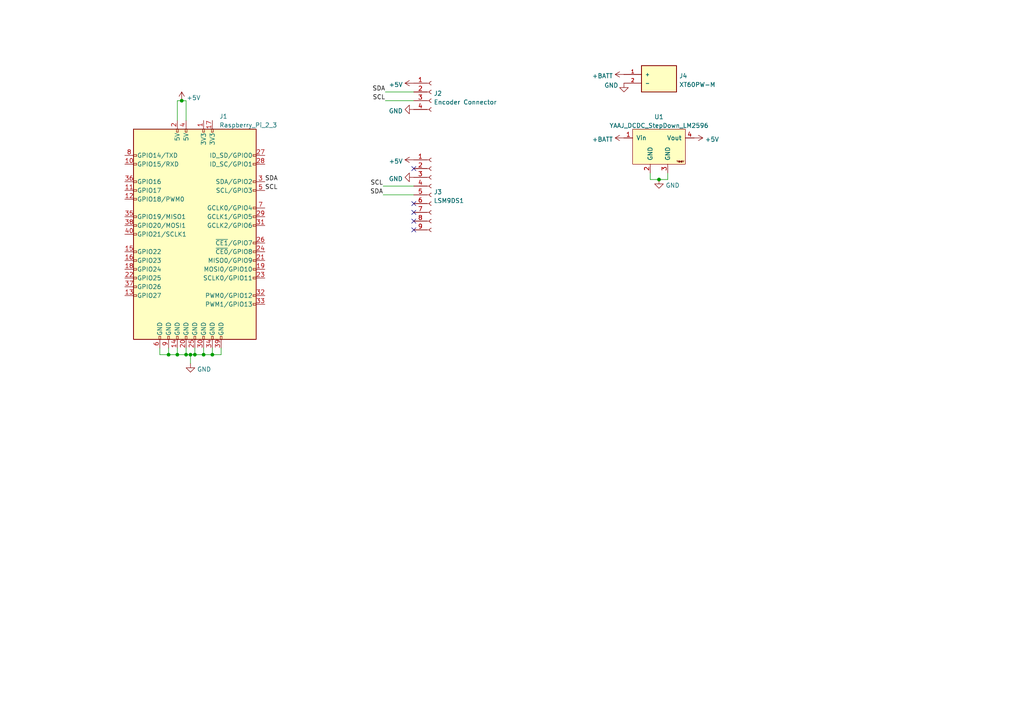
<source format=kicad_sch>
(kicad_sch (version 20211123) (generator eeschema)
  (paper "A4")
  (lib_symbols
    (symbol "Connector:Conn_01x04_Female" (pin_names (offset 1.016) hide)
      (property "Reference" "J" (at 0 5.08 0))
      (property "Value" "Conn_01x04_Female" (at 0 -7.62 0))
      (symbol "Conn_01x04_Female_1_1"
        (arc (start 0 -4.572) (mid -0.508 -5.08) (end 0 -5.588) (stroke (width 0.1524)))
        (arc (start 0 -2.032) (mid -0.508 -2.54) (end 0 -3.048) (stroke (width 0.1524)))
        (polyline (pts (xy -1.27 -5.08) (xy -0.508 -5.08)) (stroke (width 0.1524)))
        (polyline (pts (xy -1.27 -2.54) (xy -0.508 -2.54)) (stroke (width 0.1524)))
        (polyline (pts (xy -1.27 0) (xy -0.508 0)) (stroke (width 0.1524)))
        (polyline (pts (xy -1.27 2.54) (xy -0.508 2.54)) (stroke (width 0.1524)))
        (arc (start 0 0.508) (mid -0.508 0) (end 0 -0.508) (stroke (width 0.1524)))
        (arc (start 0 3.048) (mid -0.508 2.54) (end 0 2.032) (stroke (width 0.1524)))
        (pin passive line (at -5.08 2.54 0) (length 3.81) (name "Pin_1") (number "1"))
        (pin passive line (at -5.08 0 0) (length 3.81) (name "Pin_2") (number "2"))
        (pin passive line (at -5.08 -2.54 0) (length 3.81) (name "Pin_3") (number "3"))
        (pin passive line (at -5.08 -5.08 0) (length 3.81) (name "Pin_4") (number "4"))
      )
    )
    (symbol "Connector:Conn_01x09_Female" (pin_names (offset 1.016) hide)
      (property "Reference" "J" (at 0 12.7 0))
      (property "Value" "Conn_01x09_Female" (at 0 -12.7 0))
      (symbol "Conn_01x09_Female_1_1"
        (arc (start 0 -9.652) (mid -0.508 -10.16) (end 0 -10.668) (stroke (width 0.1524)))
        (arc (start 0 -7.112) (mid -0.508 -7.62) (end 0 -8.128) (stroke (width 0.1524)))
        (arc (start 0 -4.572) (mid -0.508 -5.08) (end 0 -5.588) (stroke (width 0.1524)))
        (arc (start 0 -2.032) (mid -0.508 -2.54) (end 0 -3.048) (stroke (width 0.1524)))
        (polyline (pts (xy -1.27 -10.16) (xy -0.508 -10.16)) (stroke (width 0.1524)))
        (polyline (pts (xy -1.27 -7.62) (xy -0.508 -7.62)) (stroke (width 0.1524)))
        (polyline (pts (xy -1.27 -5.08) (xy -0.508 -5.08)) (stroke (width 0.1524)))
        (polyline (pts (xy -1.27 -2.54) (xy -0.508 -2.54)) (stroke (width 0.1524)))
        (polyline (pts (xy -1.27 0) (xy -0.508 0)) (stroke (width 0.1524)))
        (polyline (pts (xy -1.27 2.54) (xy -0.508 2.54)) (stroke (width 0.1524)))
        (polyline (pts (xy -1.27 5.08) (xy -0.508 5.08)) (stroke (width 0.1524)))
        (polyline (pts (xy -1.27 7.62) (xy -0.508 7.62)) (stroke (width 0.1524)))
        (polyline (pts (xy -1.27 10.16) (xy -0.508 10.16)) (stroke (width 0.1524)))
        (arc (start 0 0.508) (mid -0.508 0) (end 0 -0.508) (stroke (width 0.1524)))
        (arc (start 0 3.048) (mid -0.508 2.54) (end 0 2.032) (stroke (width 0.1524)))
        (arc (start 0 5.588) (mid -0.508 5.08) (end 0 4.572) (stroke (width 0.1524)))
        (arc (start 0 8.128) (mid -0.508 7.62) (end 0 7.112) (stroke (width 0.1524)))
        (arc (start 0 10.668) (mid -0.508 10.16) (end 0 9.652) (stroke (width 0.1524)))
        (pin passive line (at -5.08 10.16 0) (length 3.81) (name "Pin_1") (number "1"))
        (pin passive line (at -5.08 7.62 0) (length 3.81) (name "Pin_2") (number "2"))
        (pin passive line (at -5.08 5.08 0) (length 3.81) (name "Pin_3") (number "3"))
        (pin passive line (at -5.08 2.54 0) (length 3.81) (name "Pin_4") (number "4"))
        (pin passive line (at -5.08 0 0) (length 3.81) (name "Pin_5") (number "5"))
        (pin passive line (at -5.08 -2.54 0) (length 3.81) (name "Pin_6") (number "6"))
        (pin passive line (at -5.08 -5.08 0) (length 3.81) (name "Pin_7") (number "7"))
        (pin passive line (at -5.08 -7.62 0) (length 3.81) (name "Pin_8") (number "8"))
        (pin passive line (at -5.08 -10.16 0) (length 3.81) (name "Pin_9") (number "9"))
      )
    )
    (symbol "Connector:Raspberry_Pi_2_3" (pin_names (offset 1.016))
      (property "Reference" "J" (at -17.78 31.75 0))
      (property "Value" "Raspberry_Pi_2_3" (at 10.16 -31.75 0))
      (symbol "Raspberry_Pi_2_3_0_1"
        (rectangle (start -17.78 30.48) (end 17.78 -30.48) (stroke (width 0.254)) (fill (type background)))
      )
      (symbol "Raspberry_Pi_2_3_1_1"
        (rectangle (start -16.891 -17.526) (end -17.78 -18.034))
        (rectangle (start -16.891 -14.986) (end -17.78 -15.494))
        (rectangle (start -16.891 -12.446) (end -17.78 -12.954))
        (rectangle (start -16.891 -9.906) (end -17.78 -10.414))
        (rectangle (start -16.891 -7.366) (end -17.78 -7.874))
        (rectangle (start -16.891 -4.826) (end -17.78 -5.334))
        (rectangle (start -16.891 0.254) (end -17.78 -0.254))
        (rectangle (start -16.891 2.794) (end -17.78 2.286))
        (rectangle (start -16.891 5.334) (end -17.78 4.826))
        (rectangle (start -16.891 10.414) (end -17.78 9.906))
        (rectangle (start -16.891 12.954) (end -17.78 12.446))
        (rectangle (start -16.891 15.494) (end -17.78 14.986))
        (rectangle (start -16.891 20.574) (end -17.78 20.066))
        (rectangle (start -16.891 23.114) (end -17.78 22.606))
        (rectangle (start -10.414 -29.591) (end -9.906 -30.48))
        (rectangle (start -7.874 -29.591) (end -7.366 -30.48))
        (rectangle (start -5.334 -29.591) (end -4.826 -30.48))
        (rectangle (start -5.334 30.48) (end -4.826 29.591))
        (rectangle (start -2.794 -29.591) (end -2.286 -30.48))
        (rectangle (start -2.794 30.48) (end -2.286 29.591))
        (rectangle (start -0.254 -29.591) (end 0.254 -30.48))
        (rectangle (start 2.286 -29.591) (end 2.794 -30.48))
        (rectangle (start 2.286 30.48) (end 2.794 29.591))
        (rectangle (start 4.826 -29.591) (end 5.334 -30.48))
        (rectangle (start 4.826 30.48) (end 5.334 29.591))
        (rectangle (start 7.366 -29.591) (end 7.874 -30.48))
        (rectangle (start 17.78 -20.066) (end 16.891 -20.574))
        (rectangle (start 17.78 -17.526) (end 16.891 -18.034))
        (rectangle (start 17.78 -12.446) (end 16.891 -12.954))
        (rectangle (start 17.78 -9.906) (end 16.891 -10.414))
        (rectangle (start 17.78 -7.366) (end 16.891 -7.874))
        (rectangle (start 17.78 -4.826) (end 16.891 -5.334))
        (rectangle (start 17.78 -2.286) (end 16.891 -2.794))
        (rectangle (start 17.78 2.794) (end 16.891 2.286))
        (rectangle (start 17.78 5.334) (end 16.891 4.826))
        (rectangle (start 17.78 7.874) (end 16.891 7.366))
        (rectangle (start 17.78 12.954) (end 16.891 12.446))
        (rectangle (start 17.78 15.494) (end 16.891 14.986))
        (rectangle (start 17.78 20.574) (end 16.891 20.066))
        (rectangle (start 17.78 23.114) (end 16.891 22.606))
        (pin power_in line (at 2.54 33.02 270) (length 2.54) (name "3V3") (number "1"))
        (pin bidirectional line (at -20.32 20.32 0) (length 2.54) (name "GPIO15/RXD") (number "10"))
        (pin bidirectional line (at -20.32 12.7 0) (length 2.54) (name "GPIO17") (number "11"))
        (pin bidirectional line (at -20.32 10.16 0) (length 2.54) (name "GPIO18/PWM0") (number "12"))
        (pin bidirectional line (at -20.32 -17.78 0) (length 2.54) (name "GPIO27") (number "13"))
        (pin power_in line (at -5.08 -33.02 90) (length 2.54) (name "GND") (number "14"))
        (pin bidirectional line (at -20.32 -5.08 0) (length 2.54) (name "GPIO22") (number "15"))
        (pin bidirectional line (at -20.32 -7.62 0) (length 2.54) (name "GPIO23") (number "16"))
        (pin power_in line (at 5.08 33.02 270) (length 2.54) (name "3V3") (number "17"))
        (pin bidirectional line (at -20.32 -10.16 0) (length 2.54) (name "GPIO24") (number "18"))
        (pin bidirectional line (at 20.32 -10.16 180) (length 2.54) (name "MOSI0/GPIO10") (number "19"))
        (pin power_in line (at -5.08 33.02 270) (length 2.54) (name "5V") (number "2"))
        (pin power_in line (at -2.54 -33.02 90) (length 2.54) (name "GND") (number "20"))
        (pin bidirectional line (at 20.32 -7.62 180) (length 2.54) (name "MISO0/GPIO9") (number "21"))
        (pin bidirectional line (at -20.32 -12.7 0) (length 2.54) (name "GPIO25") (number "22"))
        (pin bidirectional line (at 20.32 -12.7 180) (length 2.54) (name "SCLK0/GPIO11") (number "23"))
        (pin bidirectional line (at 20.32 -5.08 180) (length 2.54) (name "~{CE0}/GPIO8") (number "24"))
        (pin power_in line (at 0 -33.02 90) (length 2.54) (name "GND") (number "25"))
        (pin bidirectional line (at 20.32 -2.54 180) (length 2.54) (name "~{CE1}/GPIO7") (number "26"))
        (pin bidirectional line (at 20.32 22.86 180) (length 2.54) (name "ID_SD/GPIO0") (number "27"))
        (pin bidirectional line (at 20.32 20.32 180) (length 2.54) (name "ID_SC/GPIO1") (number "28"))
        (pin bidirectional line (at 20.32 5.08 180) (length 2.54) (name "GCLK1/GPIO5") (number "29"))
        (pin bidirectional line (at 20.32 15.24 180) (length 2.54) (name "SDA/GPIO2") (number "3"))
        (pin power_in line (at 2.54 -33.02 90) (length 2.54) (name "GND") (number "30"))
        (pin bidirectional line (at 20.32 2.54 180) (length 2.54) (name "GCLK2/GPIO6") (number "31"))
        (pin bidirectional line (at 20.32 -17.78 180) (length 2.54) (name "PWM0/GPIO12") (number "32"))
        (pin bidirectional line (at 20.32 -20.32 180) (length 2.54) (name "PWM1/GPIO13") (number "33"))
        (pin power_in line (at 5.08 -33.02 90) (length 2.54) (name "GND") (number "34"))
        (pin bidirectional line (at -20.32 5.08 0) (length 2.54) (name "GPIO19/MISO1") (number "35"))
        (pin bidirectional line (at -20.32 15.24 0) (length 2.54) (name "GPIO16") (number "36"))
        (pin bidirectional line (at -20.32 -15.24 0) (length 2.54) (name "GPIO26") (number "37"))
        (pin bidirectional line (at -20.32 2.54 0) (length 2.54) (name "GPIO20/MOSI1") (number "38"))
        (pin power_in line (at 7.62 -33.02 90) (length 2.54) (name "GND") (number "39"))
        (pin power_in line (at -2.54 33.02 270) (length 2.54) (name "5V") (number "4"))
        (pin bidirectional line (at -20.32 0 0) (length 2.54) (name "GPIO21/SCLK1") (number "40"))
        (pin bidirectional line (at 20.32 12.7 180) (length 2.54) (name "SCL/GPIO3") (number "5"))
        (pin power_in line (at -10.16 -33.02 90) (length 2.54) (name "GND") (number "6"))
        (pin bidirectional line (at 20.32 7.62 180) (length 2.54) (name "GCLK0/GPIO4") (number "7"))
        (pin bidirectional line (at -20.32 22.86 0) (length 2.54) (name "GPIO14/TXD") (number "8"))
        (pin power_in line (at -7.62 -33.02 90) (length 2.54) (name "GND") (number "9"))
      )
    )
    (symbol "XT60PW-M:XT60PW-M" (pin_names (offset 1.016))
      (property "Reference" "J" (at -5.08 5.715 0))
      (property "Value" "XT60PW-M" (at -5.08 -5.08 0))
      (symbol "XT60PW-M_0_0"
        (rectangle (start -5.08 -2.54) (end 5.08 5.08) (stroke (width 0.254)) (fill (type background)))
        (pin passive line (at -10.16 2.54 0) (length 5.08) (name "+") (number "1"))
        (pin passive line (at -10.16 0 0) (length 5.08) (name "-") (number "2"))
      )
    )
    (symbol "dcdc_stepdown_lm2596:YAAJ_DCDC_StepDown_LM2596" (pin_names (offset 1.016))
      (property "Reference" "U" (at -5.08 6.35 0))
      (property "Value" "YAAJ_DCDC_StepDown_LM2596" (at 0 11.43 0))
      (symbol "YAAJ_DCDC_StepDown_LM2596_0_1"
        (rectangle (start -7.62 5.08) (end 7.62 -5.08) (fill (type background)))
      )
      (symbol "YAAJ_DCDC_StepDown_LM2596_1_1"
        (text "Y@@V" (at 6.1976 -4.2672 0) (effects (font (size 0.508 0.508))))
        (pin power_in line (at -10.16 2.54 0) (length 2.54) (name "Vin") (number "1"))
        (pin power_in line (at -2.54 -7.62 90) (length 2.54) (name "GND") (number "2"))
        (pin power_in line (at 2.54 -7.62 90) (length 2.54) (name "GND") (number "3"))
        (pin power_out line (at 10.16 2.54 180) (length 2.54) (name "Vout") (number "4"))
      )
    )
    (symbol "power:+5V" (power) (pin_names (offset 0))
      (property "Value" "+5V" (at 0 3.556 0))
      (symbol "+5V_0_1"
        (polyline (pts (xy -0.762 1.27) (xy 0 2.54)))
        (polyline (pts (xy 0 0) (xy 0 2.54)))
        (polyline (pts (xy 0 2.54) (xy 0.762 1.27)))
      )
      (symbol "+5V_1_1"
        (pin power_in line (at 0 0 90) (length 0) hide (name "+5V") (number "1"))
      )
    )
    (symbol "power:+BATT" (power) (pin_names (offset 0))
      (property "Value" "+BATT" (at 0 3.556 0))
      (symbol "+BATT_0_1"
        (polyline (pts (xy -0.762 1.27) (xy 0 2.54)))
        (polyline (pts (xy 0 0) (xy 0 2.54)))
        (polyline (pts (xy 0 2.54) (xy 0.762 1.27)))
      )
      (symbol "+BATT_1_1"
        (pin power_in line (at 0 0 90) (length 0) hide (name "+BATT") (number "1"))
      )
    )
    (symbol "power:GND" (power) (pin_names (offset 0))
      (property "Value" "GND" (at 0 -3.81 0))
      (symbol "GND_0_1"
        (polyline (pts (xy 0 0) (xy 0 -1.27) (xy 1.27 -1.27) (xy 0 -2.54) (xy -1.27 -1.27) (xy 0 -1.27)))
      )
      (symbol "GND_1_1"
        (pin power_in line (at 0 0 270) (length 0) hide (name "GND") (number "1"))
      )
    )
  )
  (junction (at 59.055 102.87))
  (junction (at 55.245 102.87))
  (junction (at 48.895 102.87))
  (junction (at 52.705 29.21))
  (junction (at 191.135 52.07))
  (junction (at 56.515 102.87))
  (junction (at 53.975 102.87))
  (junction (at 61.595 102.87))
  (junction (at 51.435 102.87))
  (no_connect (at 120.015 64.135))
  (no_connect (at 120.015 66.675))
  (no_connect (at 120.015 48.895))
  (no_connect (at 120.015 59.055))
  (no_connect (at 120.015 61.595))
  (wire (pts (xy 111.76 29.21) (xy 120.015 29.21)))
  (wire (pts (xy 48.895 100.965) (xy 48.895 102.87)))
  (wire (pts (xy 46.355 102.87) (xy 48.895 102.87)))
  (wire (pts (xy 59.055 100.965) (xy 59.055 102.87)))
  (wire (pts (xy 59.055 102.87) (xy 61.595 102.87)))
  (wire (pts (xy 51.435 102.87) (xy 53.975 102.87)))
  (wire (pts (xy 111.125 53.975) (xy 120.015 53.975)))
  (wire (pts (xy 53.975 34.925) (xy 53.975 29.21)))
  (wire (pts (xy 64.135 100.965) (xy 64.135 102.87)))
  (wire (pts (xy 53.975 29.21) (xy 52.705 29.21)))
  (wire (pts (xy 111.76 26.67) (xy 120.015 26.67)))
  (wire (pts (xy 188.595 52.07) (xy 191.135 52.07)))
  (wire (pts (xy 59.055 102.87) (xy 56.515 102.87)))
  (wire (pts (xy 48.895 102.87) (xy 51.435 102.87)))
  (wire (pts (xy 193.675 50.165) (xy 193.675 52.07)))
  (wire (pts (xy 53.975 100.965) (xy 53.975 102.87)))
  (wire (pts (xy 46.355 100.965) (xy 46.355 102.87)))
  (wire (pts (xy 111.125 56.515) (xy 120.015 56.515)))
  (wire (pts (xy 52.705 29.21) (xy 51.435 29.21)))
  (wire (pts (xy 51.435 29.21) (xy 51.435 34.925)))
  (wire (pts (xy 56.515 100.965) (xy 56.515 102.87)))
  (wire (pts (xy 61.595 100.965) (xy 61.595 102.87)))
  (wire (pts (xy 61.595 102.87) (xy 64.135 102.87)))
  (wire (pts (xy 53.975 102.87) (xy 55.245 102.87)))
  (wire (pts (xy 56.515 102.87) (xy 55.245 102.87)))
  (wire (pts (xy 55.245 102.87) (xy 55.245 105.41)))
  (wire (pts (xy 193.675 52.07) (xy 191.135 52.07)))
  (wire (pts (xy 188.595 50.165) (xy 188.595 52.07)))
  (wire (pts (xy 51.435 100.965) (xy 51.435 102.87)))
  (label "SDA" (at 111.125 56.515 180))
  (label "SCL" (at 111.125 53.975 180))
  (label "SDA" (at 111.76 26.67 180))
  (label "SCL" (at 76.835 55.245 0))
  (label "SCL" (at 111.76 29.21 180))
  (label "SDA" (at 76.835 52.705 0))
  (symbol (lib_id "power:GND") (at 120.015 51.435 270) (unit 1)
    (property "Reference" "#PWR0109" (effects hide))
    (property "Value" "GND" (at 116.8401 51.8688 90) (effects (justify right)))
  )
  (symbol (lib_id "Connector:Conn_01x04_Female") (at 125.095 26.67 0) (unit 1)
    (property "Reference" "J2" (at 125.8062 27.1053 0) (effects (justify left)))
    (property "Value" "Encoder Connector" (at 125.8062 29.6422 0) (effects (justify left)))
    (property "Footprint" "Connector_PinHeader_2.54mm:PinHeader_1x04_P2.54mm_Vertical" (effects hide))
  )
  (symbol (lib_id "power:GND") (at 55.245 105.41 0) (unit 1)
    (property "Reference" "#PWR0110" (effects hide))
    (property "Value" "GND" (at 57.15 107.1138 0) (effects (justify left)))
  )
  (symbol (lib_id "power:+5V") (at 52.705 29.21 0) (unit 1)
    (property "Reference" "#PWR?" (effects hide))
    (property "Value" "+5V" (at 54.102 28.3738 0) (effects (justify left)))
  )
  (symbol (lib_id "dcdc_stepdown_lm2596:YAAJ_DCDC_StepDown_LM2596") (at 191.135 42.545 0) (unit 1)
    (property "Reference" "U1" (at 191.135 33.8922 0))
    (property "Value" "YAAJ_DCDC_StepDown_LM2596" (at 191.135 36.4291 0))
    (property "Footprint" "dylan:DCDC_StepDown_LM2596" (effects hide))
  )
  (symbol (lib_id "Connector:Conn_01x09_Female") (at 125.095 56.515 0) (unit 1)
    (property "Reference" "J3" (at 125.8062 55.6803 0) (effects (justify left)))
    (property "Value" "LSM9DS1" (at 125.8062 58.2172 0) (effects (justify left)))
    (property "Footprint" "Connector_PinHeader_2.54mm:PinHeader_1x09_P2.54mm_Vertical" (effects hide))
  )
  (symbol (lib_id "power:GND") (at 180.975 24.13 0) (unit 1)
    (property "Reference" "#PWR0106" (effects hide))
    (property "Value" "GND" (at 175.26 24.765 0) (effects (justify left)))
  )
  (symbol (lib_id "power:+BATT") (at 180.975 21.59 90) (unit 1)
    (property "Reference" "#PWR0105" (effects hide))
    (property "Value" "+BATT" (at 177.8 22.0238 90) (effects (justify left)))
  )
  (symbol (lib_id "power:GND") (at 191.135 52.07 0) (unit 1)
    (property "Reference" "#PWR0103" (effects hide))
    (property "Value" "GND" (at 193.04 53.7738 0) (effects (justify left)))
  )
  (symbol (lib_id "power:+5V") (at 201.295 40.005 270) (unit 1)
    (property "Reference" "#PWR0104" (effects hide))
    (property "Value" "+5V" (at 204.47 40.4388 90) (effects (justify left)))
  )
  (symbol (lib_id "power:+5V") (at 120.015 46.355 90) (unit 1)
    (property "Reference" "#PWR0108" (effects hide))
    (property "Value" "+5V" (at 116.8401 46.7888 90) (effects (justify left)))
  )
  (symbol (lib_id "power:GND") (at 120.015 31.75 270) (unit 1)
    (property "Reference" "#PWR0101" (effects hide))
    (property "Value" "GND" (at 116.8401 32.1838 90) (effects (justify right)))
  )
  (symbol (lib_id "power:+5V") (at 120.015 24.13 90) (unit 1)
    (property "Reference" "#PWR0102" (effects hide))
    (property "Value" "+5V" (at 116.8401 24.5638 90) (effects (justify left)))
  )
  (symbol (lib_id "XT60PW-M:XT60PW-M") (at 191.135 24.13 0) (unit 1)
    (property "Reference" "J4" (at 196.977 22.0253 0) (effects (justify left)))
    (property "Value" "XT60PW-M" (at 196.977 24.5622 0) (effects (justify left)))
    (property "Footprint" "dylan:AMASS_XT60PW-M" (effects hide))
    (property "MANUFACTURER" "AMASS" (effects hide))
    (property "PARTREV" "V1.2" (effects hide))
    (property "STANDARD" "Manufacturer recommendations" (effects hide))
    (property "MAXIMUM_PACKAGE_HEIGHT" "8.4 mm" (effects hide))
  )
  (symbol (lib_id "power:+BATT") (at 180.975 40.005 90) (unit 1)
    (property "Reference" "#PWR0107" (effects hide))
    (property "Value" "+BATT" (at 177.8 40.4388 90) (effects (justify left)))
  )
  (symbol (lib_id "Connector:Raspberry_Pi_2_3") (at 56.515 67.945 0) (unit 1)
    (property "Reference" "J1" (at 63.6144 33.7652 0) (effects (justify left)))
    (property "Value" "Raspberry_Pi_2_3" (at 63.6144 36.3021 0) (effects (justify left)))
    (property "Footprint" "Module:Raspberry_Pi_Zero_Socketed_THT_FaceDown_MountingHoles" (effects hide))
    (property "Datasheet" "https://www.raspberrypi.org/documentation/hardware/raspberrypi/schematics/rpi_SCH_3bplus_1p0_reduced.pdf" (effects hide))
  )
)
</source>
